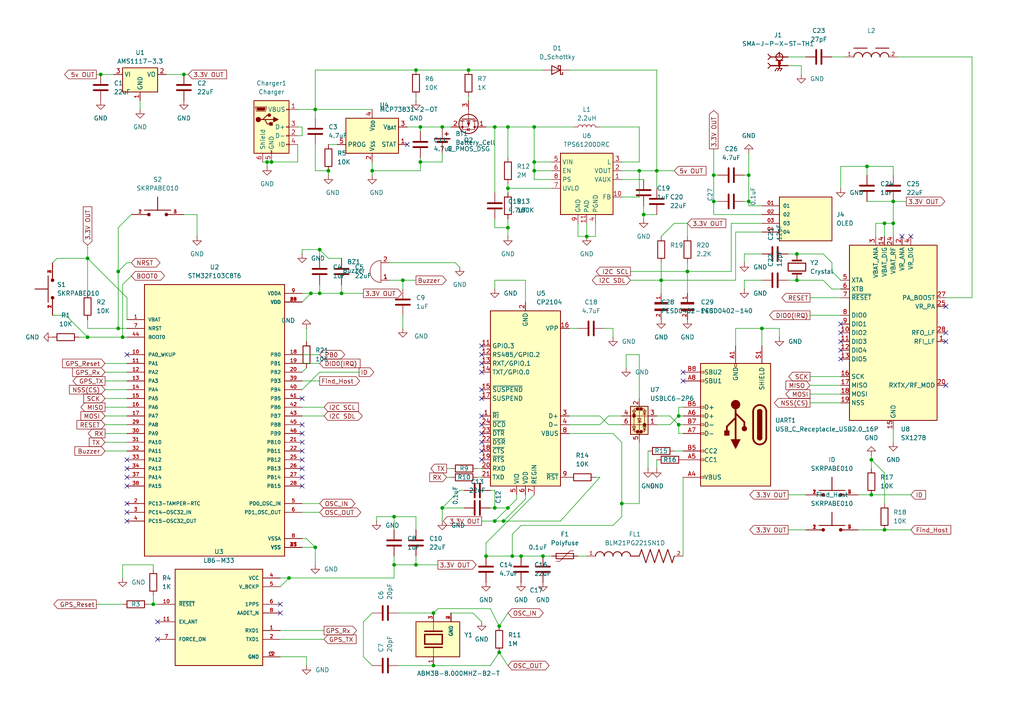
<source format=kicad_sch>
(kicad_sch (version 20250114) (generator "eeschema") (generator_version "9.0")
  (paper "A4")
  (junction (at 128.27 36.83))
  (junction (at 125.73 193.04))
  (junction (at 90.17 85.09))
  (junction (at 151.13 161.29))
  (junction (at 91.44 31.75))
  (junction (at 207.01 58.42))
  (junction (at 25.4 74.93))
  (junction (at 92.71 72.39))
  (junction (at 217.17 50.8))
  (junction (at 259.08 64.77))
  (junction (at 116.84 81.28))
  (junction (at 185.42 49.53))
  (junction (at 148.59 161.29))
  (junction (at 186.69 62.23))
  (junction (at 146.05 151.13))
  (junction (at 144.78 189.23))
  (junction (at 44.45 175.26))
  (junction (at 107.95 49.53))
  (junction (at 256.54 64.77))
  (junction (at 147.32 66.04))
  (junction (at 231.14 81.28))
  (junction (at 196.85 123.19))
  (junction (at 25.4 97.79))
  (junction (at 128.27 147.32))
  (junction (at 220.98 95.25))
  (junction (at 34.29 78.74))
  (junction (at 78.74 46.99))
  (junction (at 120.65 163.83))
  (junction (at 199.39 78.74))
  (junction (at 95.25 49.53))
  (junction (at 114.3 149.86))
  (junction (at 143.51 147.32))
  (junction (at 147.32 36.83))
  (junction (at 207.01 50.8))
  (junction (at 259.08 58.42))
  (junction (at 135.89 20.32))
  (junction (at 144.78 181.61))
  (junction (at 34.29 95.25))
  (junction (at 157.48 161.29))
  (junction (at 121.92 46.99))
  (junction (at 180.34 146.05))
  (junction (at 154.94 36.83))
  (junction (at 77.47 46.99))
  (junction (at 191.77 81.28))
  (junction (at 154.94 49.53))
  (junction (at 251.46 48.26))
  (junction (at 231.14 73.66))
  (junction (at 256.54 153.67))
  (junction (at 35.56 97.79))
  (junction (at 170.18 68.58))
  (junction (at 154.94 46.99))
  (junction (at 121.92 36.83))
  (junction (at 114.3 163.83))
  (junction (at 196.85 120.65))
  (junction (at 125.73 177.8))
  (junction (at 91.44 158.75))
  (junction (at 143.51 36.83))
  (junction (at 140.97 161.29))
  (junction (at 252.73 133.35))
  (junction (at 252.73 143.51))
  (junction (at 143.51 151.13))
  (junction (at 147.32 54.61))
  (junction (at 217.17 58.42))
  (junction (at 147.32 147.32))
  (junction (at 99.06 85.09))
  (junction (at 120.65 20.32))
  (junction (at 53.34 21.59))
  (junction (at 92.71 85.09))
  (junction (at 83.82 167.64))
  (junction (at 29.21 21.59))
  (junction (at 190.5 49.53))
  (no_connect (at 87.63 138.43))
  (no_connect (at 36.83 151.13))
  (no_connect (at 87.63 140.97))
  (no_connect (at 87.63 115.57))
  (no_connect (at 87.63 133.35))
  (no_connect (at 139.7 107.95))
  (no_connect (at 139.7 128.27))
  (no_connect (at 243.84 101.6))
  (no_connect (at 139.7 130.81))
  (no_connect (at 87.63 123.19))
  (no_connect (at 87.63 128.27))
  (no_connect (at 243.84 99.06))
  (no_connect (at 198.12 107.95))
  (no_connect (at 139.7 133.35))
  (no_connect (at 274.32 99.06))
  (no_connect (at 87.63 135.89))
  (no_connect (at 118.11 41.91))
  (no_connect (at 36.83 102.87))
  (no_connect (at 139.7 105.41))
  (no_connect (at 36.83 140.97))
  (no_connect (at 261.62 68.58))
  (no_connect (at 139.7 125.73))
  (no_connect (at 198.12 110.49))
  (no_connect (at 243.84 104.14))
  (no_connect (at 264.16 68.58))
  (no_connect (at 81.28 175.26))
  (no_connect (at 274.32 111.76))
  (no_connect (at 139.7 113.03))
  (no_connect (at 139.7 100.33))
  (no_connect (at 36.83 135.89))
  (no_connect (at 36.83 138.43))
  (no_connect (at 139.7 120.65))
  (no_connect (at 36.83 133.35))
  (no_connect (at 87.63 125.73))
  (no_connect (at 243.84 96.52))
  (no_connect (at 36.83 148.59))
  (no_connect (at 87.63 130.81))
  (no_connect (at 274.32 88.9))
  (no_connect (at 81.28 177.8))
  (no_connect (at 274.32 96.52))
  (no_connect (at 139.7 115.57))
  (no_connect (at 139.7 102.87))
  (no_connect (at 36.83 146.05))
  (no_connect (at 45.72 180.34))
  (no_connect (at 139.7 123.19))
  (no_connect (at 45.72 185.42))
  (no_connect (at 243.84 93.98))
  (wire (pts (xy 186.69 62.23) (xy 186.69 63.5)))
  (wire (pts (xy 207.01 50.8) (xy 208.28 50.8)))
  (wire (pts (xy 196.85 118.11) (xy 196.85 120.65)))
  (wire (pts (xy 87.63 110.49) (xy 92.71 110.49)))
  (wire (pts (xy 87.63 39.37) (xy 86.36 39.37)))
  (wire (pts (xy 191.77 76.2) (xy 191.77 81.28)))
  (wire (pts (xy 147.32 66.04) (xy 147.32 68.58)))
  (wire (pts (xy 88.9 193.04) (xy 88.9 190.5)))
  (wire (pts (xy 234.95 91.44) (xy 243.84 91.44)))
  (wire (pts (xy 226.06 97.79) (xy 226.06 95.25)))
  (wire (pts (xy 35.56 82.55) (xy 38.1 80.01)))
  (wire (pts (xy 199.39 76.2) (xy 199.39 78.74)))
  (wire (pts (xy 228.6 153.67) (xy 233.68 153.67)))
  (wire (pts (xy 256.54 153.67) (xy 264.16 153.67)))
  (wire (pts (xy 190.5 49.53) (xy 195.58 49.53)))
  (wire (pts (xy 120.65 149.86) (xy 120.65 153.67)))
  (wire (pts (xy 113.03 81.28) (xy 116.84 81.28)))
  (wire (pts (xy 43.18 175.26) (xy 44.45 175.26)))
  (wire (pts (xy 167.64 64.77) (xy 167.64 68.58)))
  (wire (pts (xy 154.94 46.99) (xy 154.94 49.53)))
  (wire (pts (xy 81.28 167.64) (xy 83.82 167.64)))
  (wire (pts (xy 213.36 67.31) (xy 220.98 67.31)))
  (wire (pts (xy 182.88 81.28) (xy 191.77 81.28)))
  (wire (pts (xy 142.24 176.53) (xy 144.78 181.61)))
  (wire (pts (xy 140.97 36.83) (xy 143.51 36.83)))
  (wire (pts (xy 25.4 71.12) (xy 25.4 74.93)))
  (wire (pts (xy 143.51 66.04) (xy 147.32 66.04)))
  (wire (pts (xy 91.44 41.91) (xy 91.44 49.53)))
  (wire (pts (xy 35.56 163.83) (xy 44.45 163.83)))
  (wire (pts (xy 90.17 85.09) (xy 92.71 85.09)))
  (wire (pts (xy 30.48 115.57) (xy 36.83 115.57)))
  (wire (pts (xy 90.17 85.09) (xy 87.63 87.63)))
  (wire (pts (xy 172.72 64.77) (xy 172.72 68.58)))
  (wire (pts (xy 190.5 133.35) (xy 190.5 135.89)))
  (wire (pts (xy 274.32 86.36) (xy 281.94 86.36)))
  (wire (pts (xy 217.17 50.8) (xy 217.17 58.42)))
  (wire (pts (xy 215.9 73.66) (xy 220.98 73.66)))
  (wire (pts (xy 241.3 16.51) (xy 245.11 16.51)))
  (wire (pts (xy 234.95 86.36) (xy 243.84 86.36)))
  (wire (pts (xy 241.3 76.2) (xy 241.3 78.74)))
  (wire (pts (xy 95.25 50.8) (xy 95.25 49.53)))
  (wire (pts (xy 120.65 29.21) (xy 120.65 27.94)))
  (wire (pts (xy 86.36 36.83) (xy 87.63 36.83)))
  (wire (pts (xy 185.42 102.87) (xy 185.42 115.57)))
  (wire (pts (xy 143.51 81.28) (xy 152.4 81.28)))
  (wire (pts (xy 121.92 36.83) (xy 128.27 36.83)))
  (wire (pts (xy 36.83 76.2) (xy 34.29 78.74)))
  (wire (pts (xy 30.48 107.95) (xy 36.83 107.95)))
  (wire (pts (xy 140.97 161.29) (xy 140.97 157.48)))
  (wire (pts (xy 88.9 156.21) (xy 91.44 158.75)))
  (wire (pts (xy 88.9 106.68) (xy 87.63 107.95)))
  (wire (pts (xy 196.85 120.65) (xy 198.12 120.65)))
  (wire (pts (xy 190.5 62.23) (xy 186.69 62.23)))
  (wire (pts (xy 27.94 21.59) (xy 29.21 21.59)))
  (wire (pts (xy 114.3 163.83) (xy 120.65 163.83)))
  (wire (pts (xy 87.63 118.11) (xy 93.98 118.11)))
  (wire (pts (xy 259.08 48.26) (xy 259.08 50.8)))
  (wire (pts (xy 22.86 97.79) (xy 25.4 97.79)))
  (wire (pts (xy 35.56 97.79) (xy 36.83 97.79)))
  (wire (pts (xy 107.95 193.04) (xy 105.41 190.5)))
  (wire (pts (xy 143.51 63.5) (xy 143.51 66.04)))
  (wire (pts (xy 128.27 46.99) (xy 121.92 46.99)))
  (wire (pts (xy 40.64 31.75) (xy 40.64 29.21)))
  (wire (pts (xy 160.02 46.99) (xy 154.94 46.99)))
  (wire (pts (xy 30.48 123.19) (xy 36.83 123.19)))
  (wire (pts (xy 120.65 161.29) (xy 120.65 163.83)))
  (wire (pts (xy 199.39 78.74) (xy 199.39 85.09)))
  (wire (pts (xy 248.92 153.67) (xy 256.54 153.67)))
  (wire (pts (xy 147.32 147.32) (xy 149.86 144.78)))
  (wire (pts (xy 109.22 149.86) (xy 114.3 149.86)))
  (wire (pts (xy 87.63 36.83) (xy 87.63 39.37)))
  (wire (pts (xy 165.1 95.25) (xy 167.64 95.25)))
  (wire (pts (xy 34.29 66.04) (xy 38.1 62.23)))
  (wire (pts (xy 190.5 123.19) (xy 194.31 123.19)))
  (wire (pts (xy 15.24 91.44) (xy 19.05 91.44)))
  (wire (pts (xy 215.9 81.28) (xy 220.98 81.28)))
  (wire (pts (xy 152.4 81.28) (xy 152.4 87.63)))
  (wire (pts (xy 16.51 74.93) (xy 25.4 74.93)))
  (wire (pts (xy 207.01 50.8) (xy 207.01 58.42)))
  (wire (pts (xy 87.63 120.65) (xy 93.98 120.65)))
  (wire (pts (xy 232.41 19.05) (xy 228.6 19.05)))
  (wire (pts (xy 25.4 95.25) (xy 34.29 95.25)))
  (wire (pts (xy 256.54 64.77) (xy 259.08 64.77)))
  (wire (pts (xy 125.73 193.04) (xy 142.24 193.04)))
  (wire (pts (xy 87.63 146.05) (xy 92.71 146.05)))
  (wire (pts (xy 137.16 177.8) (xy 139.7 180.34)))
  (wire (pts (xy 91.44 49.53) (xy 95.25 49.53)))
  (wire (pts (xy 142.24 147.32) (xy 143.51 147.32)))
  (wire (pts (xy 107.95 46.99) (xy 107.95 49.53)))
  (wire (pts (xy 120.65 163.83) (xy 127 163.83)))
  (wire (pts (xy 44.45 163.83) (xy 44.45 165.1)))
  (wire (pts (xy 217.17 58.42) (xy 217.17 59.69)))
  (wire (pts (xy 87.63 105.41) (xy 92.71 105.41)))
  (wire (pts (xy 116.84 81.28) (xy 120.65 81.28)))
  (wire (pts (xy 185.42 46.99) (xy 185.42 36.83)))
  (wire (pts (xy 143.51 36.83) (xy 147.32 36.83)))
  (wire (pts (xy 135.89 27.94) (xy 135.89 29.21)))
  (wire (pts (xy 231.14 73.66) (xy 238.76 73.66)))
  (wire (pts (xy 234.95 109.22) (xy 243.84 109.22)))
  (wire (pts (xy 180.34 146.05) (xy 185.42 146.05)))
  (wire (pts (xy 259.08 124.46) (xy 259.08 128.27)))
  (wire (pts (xy 148.59 161.29) (xy 151.13 161.29)))
  (wire (pts (xy 143.51 36.83) (xy 143.51 55.88)))
  (wire (pts (xy 30.48 110.49) (xy 36.83 110.49)))
  (wire (pts (xy 181.61 106.68) (xy 181.61 102.87)))
  (wire (pts (xy 147.32 63.5) (xy 147.32 66.04)))
  (wire (pts (xy 165.1 20.32) (xy 190.5 20.32)))
  (wire (pts (xy 99.06 74.93) (xy 95.25 74.93)))
  (wire (pts (xy 128.27 44.45) (xy 128.27 46.99)))
  (wire (pts (xy 34.29 95.25) (xy 36.83 95.25)))
  (wire (pts (xy 148.59 161.29) (xy 148.59 154.94)))
  (wire (pts (xy 88.9 190.5) (xy 81.28 190.5)))
  (wire (pts (xy 118.11 36.83) (xy 121.92 36.83)))
  (wire (pts (xy 228.6 81.28) (xy 231.14 81.28)))
  (wire (pts (xy 212.09 64.77) (xy 220.98 64.77)))
  (wire (pts (xy 160.02 54.61) (xy 147.32 54.61)))
  (wire (pts (xy 87.63 73.66) (xy 87.63 72.39)))
  (wire (pts (xy 217.17 59.69) (xy 220.98 59.69)))
  (wire (pts (xy 105.41 180.34) (xy 107.95 177.8)))
  (wire (pts (xy 25.4 92.71) (xy 25.4 95.25)))
  (wire (pts (xy 195.58 130.81) (xy 198.12 130.81)))
  (wire (pts (xy 127 176.53) (xy 125.73 177.8)))
  (wire (pts (xy 196.85 123.19) (xy 194.31 120.65)))
  (wire (pts (xy 91.44 163.83) (xy 91.44 158.75)))
  (wire (pts (xy 143.51 151.13) (xy 146.05 151.13)))
  (wire (pts (xy 147.32 177.8) (xy 144.78 181.61)))
  (wire (pts (xy 148.59 154.94) (xy 151.13 152.4)))
  (wire (pts (xy 107.95 49.53) (xy 121.92 49.53)))
  (wire (pts (xy 180.34 57.15) (xy 185.42 57.15)))
  (wire (pts (xy 91.44 20.32) (xy 91.44 31.75)))
  (wire (pts (xy 30.48 120.65) (xy 36.83 120.65)))
  (wire (pts (xy 147.32 45.72) (xy 147.32 36.83)))
  (wire (pts (xy 191.77 81.28) (xy 191.77 85.09)))
  (wire (pts (xy 187.96 130.81) (xy 187.96 135.89)))
  (wire (pts (xy 95.25 74.93) (xy 92.71 72.39)))
  (wire (pts (xy 35.56 175.26) (xy 27.94 175.26)))
  (wire (pts (xy 190.5 54.61) (xy 190.5 49.53)))
  (wire (pts (xy 91.44 31.75) (xy 91.44 34.29)))
  (wire (pts (xy 77.47 46.99) (xy 77.47 48.26)))
  (wire (pts (xy 154.94 36.83) (xy 166.37 36.83)))
  (wire (pts (xy 228.6 73.66) (xy 231.14 73.66)))
  (wire (pts (xy 165.1 120.65) (xy 173.99 120.65)))
  (wire (pts (xy 198.12 138.43) (xy 198.12 161.29)))
  (wire (pts (xy 34.29 66.04) (xy 34.29 78.74)))
  (wire (pts (xy 185.42 128.27) (xy 185.42 146.05)))
  (wire (pts (xy 143.51 142.24) (xy 143.51 147.32)))
  (wire (pts (xy 186.69 59.69) (xy 186.69 62.23)))
  (wire (pts (xy 260.35 16.51) (xy 281.94 16.51)))
  (wire (pts (xy 234.95 111.76) (xy 243.84 111.76)))
  (wire (pts (xy 252.73 133.35) (xy 252.73 135.89)))
  (wire (pts (xy 83.82 167.64) (xy 114.3 167.64)))
  (wire (pts (xy 92.71 107.95) (xy 87.63 113.03)))
  (wire (pts (xy 143.51 83.82) (xy 143.51 81.28)))
  (wire (pts (xy 162.56 151.13) (xy 173.99 138.43)))
  (wire (pts (xy 154.94 49.53) (xy 154.94 52.07)))
  (wire (pts (xy 57.15 62.23) (xy 57.15 68.58)))
  (wire (pts (xy 220.98 95.25) (xy 220.98 100.33)))
  (wire (pts (xy 181.61 102.87) (xy 185.42 102.87)))
  (wire (pts (xy 105.41 180.34) (xy 105.41 190.5)))
  (wire (pts (xy 213.36 81.28) (xy 213.36 67.31)))
  (wire (pts (xy 44.45 172.72) (xy 44.45 175.26)))
  (wire (pts (xy 87.63 158.75) (xy 91.44 158.75)))
  (wire (pts (xy 234.95 114.3) (xy 243.84 114.3)))
  (wire (pts (xy 44.45 175.26) (xy 45.72 175.26)))
  (wire (pts (xy 231.14 81.28) (xy 238.76 81.28)))
  (wire (pts (xy 180.34 128.27) (xy 177.8 125.73)))
  (wire (pts (xy 83.82 167.64) (xy 81.28 170.18)))
  (wire (pts (xy 251.46 48.26) (xy 251.46 50.8)))
  (wire (pts (xy 199.39 64.77) (xy 199.39 68.58)))
  (wire (pts (xy 232.41 19.05) (xy 232.41 21.59)))
  (wire (pts (xy 87.63 148.59) (xy 92.71 148.59)))
  (wire (pts (xy 95.25 41.91) (xy 97.79 41.91)))
  (wire (pts (xy 251.46 58.42) (xy 259.08 58.42)))
  (wire (pts (xy 139.7 151.13) (xy 143.51 151.13)))
  (wire (pts (xy 29.21 21.59) (xy 33.02 21.59)))
  (wire (pts (xy 121.92 36.83) (xy 121.92 38.1)))
  (wire (pts (xy 243.84 48.26) (xy 251.46 48.26)))
  (wire (pts (xy 147.32 54.61) (xy 147.32 53.34)))
  (wire (pts (xy 180.34 49.53) (xy 185.42 49.53)))
  (wire (pts (xy 213.36 95.25) (xy 220.98 95.25)))
  (wire (pts (xy 215.9 58.42) (xy 217.17 58.42)))
  (wire (pts (xy 173.99 123.19) (xy 176.53 120.65)))
  (wire (pts (xy 129.54 138.43) (xy 130.81 138.43)))
  (wire (pts (xy 207.01 58.42) (xy 207.01 62.23)))
  (wire (pts (xy 177.8 95.25) (xy 175.26 95.25)))
  (wire (pts (xy 241.3 83.82) (xy 243.84 83.82)))
  (wire (pts (xy 252.73 132.08) (xy 252.73 133.35)))
  (wire (pts (xy 256.54 64.77) (xy 256.54 68.58)))
  (wire (pts (xy 165.1 125.73) (xy 177.8 125.73)))
  (wire (pts (xy 215.9 76.2) (xy 215.9 73.66)))
  (wire (pts (xy 173.99 120.65) (xy 176.53 123.19)))
  (wire (pts (xy 128.27 36.83) (xy 130.81 36.83)))
  (wire (pts (xy 152.4 144.78) (xy 152.4 143.51)))
  (wire (pts (xy 151.13 161.29) (xy 157.48 161.29)))
  (wire (pts (xy 87.63 85.09) (xy 90.17 85.09)))
  (wire (pts (xy 142.24 193.04) (xy 144.78 189.23)))
  (wire (pts (xy 121.92 46.99) (xy 121.92 49.53)))
  (wire (pts (xy 157.48 161.29) (xy 160.02 161.29)))
  (wire (pts (xy 199.39 78.74) (xy 212.09 78.74)))
  (wire (pts (xy 81.28 182.88) (xy 93.98 182.88)))
  (wire (pts (xy 57.15 62.23) (xy 53.34 62.23)))
  (wire (pts (xy 128.27 147.32) (xy 134.62 147.32)))
  (wire (pts (xy 35.56 97.79) (xy 35.56 82.55)))
  (wire (pts (xy 190.5 20.32) (xy 190.5 49.53)))
  (wire (pts (xy 107.95 31.75) (xy 91.44 31.75)))
  (wire (pts (xy 198.12 123.19) (xy 196.85 123.19)))
  (wire (pts (xy 151.13 152.4) (xy 177.8 152.4)))
  (wire (pts (xy 30.48 113.03) (xy 36.83 113.03)))
  (wire (pts (xy 135.89 20.32) (xy 157.48 20.32)))
  (wire (pts (xy 212.09 78.74) (xy 212.09 64.77)))
  (wire (pts (xy 256.54 137.16) (xy 252.73 133.35)))
  (wire (pts (xy 115.57 177.8) (xy 125.73 177.8)))
  (wire (pts (xy 217.17 44.45) (xy 217.17 50.8)))
  (wire (pts (xy 251.46 48.26) (xy 259.08 48.26)))
  (wire (pts (xy 143.51 151.13) (xy 147.32 147.32)))
  (wire (pts (xy 196.85 123.19) (xy 196.85 125.73)))
  (wire (pts (xy 129.54 135.89) (xy 130.81 135.89)))
  (wire (pts (xy 160.02 49.53) (xy 154.94 49.53)))
  (wire (pts (xy 207.01 62.23) (xy 220.98 62.23)))
  (wire (pts (xy 86.36 31.75) (xy 91.44 31.75)))
  (wire (pts (xy 281.94 16.51) (xy 281.94 86.36)))
  (wire (pts (xy 134.62 142.24) (xy 133.35 142.24)))
  (wire (pts (xy 228.6 16.51) (xy 233.68 16.51)))
  (wire (pts (xy 113.03 76.2) (xy 132.08 76.2)))
  (wire (pts (xy 30.48 128.27) (xy 36.83 128.27)))
  (wire (pts (xy 248.92 143.51) (xy 252.73 143.51)))
  (wire (pts (xy 92.71 82.55) (xy 92.71 85.09)))
  (wire (pts (xy 234.95 116.84) (xy 243.84 116.84)))
  (wire (pts (xy 30.48 118.11) (xy 36.83 118.11)))
  (wire (pts (xy 140.97 161.29) (xy 148.59 161.29)))
  (wire (pts (xy 114.3 161.29) (xy 114.3 163.83)))
  (wire (pts (xy 215.9 50.8) (xy 217.17 50.8)))
  (wire (pts (xy 146.05 151.13) (xy 162.56 151.13)))
  (wire (pts (xy 92.71 85.09) (xy 99.06 85.09)))
  (wire (pts (xy 53.34 21.59) (xy 54.61 21.59)))
  (wire (pts (xy 116.84 91.44) (xy 116.84 95.25)))
  (wire (pts (xy 133.35 142.24) (xy 128.27 147.32)))
  (wire (pts (xy 143.51 142.24) (xy 142.24 142.24)))
  (wire (pts (xy 196.85 120.65) (xy 194.31 123.19)))
  (wire (pts (xy 215.9 83.82) (xy 215.9 81.28)))
  (wire (pts (xy 30.48 125.73) (xy 36.83 125.73)))
  (wire (pts (xy 207.01 43.18) (xy 207.01 50.8)))
  (wire (pts (xy 147.32 193.04) (xy 144.78 189.23)))
  (wire (pts (xy 127 176.53) (xy 142.24 176.53)))
  (wire (pts (xy 120.65 20.32) (xy 135.89 20.32)))
  (wire (pts (xy 180.34 146.05) (xy 180.34 149.86)))
  (wire (pts (xy 165.1 123.19) (xy 173.99 123.19)))
  (wire (pts (xy 138.43 138.43) (xy 139.7 138.43)))
  (wire (pts (xy 99.06 82.55) (xy 99.06 85.09)))
  (wire (pts (xy 114.3 149.86) (xy 114.3 153.67)))
  (wire (pts (xy 132.08 76.2) (xy 133.35 77.47)))
  (wire (pts (xy 185.42 49.53) (xy 190.5 49.53)))
  (wire (pts (xy 76.2 46.99) (xy 77.47 46.99)))
  (wire (pts (xy 107.95 49.53) (xy 107.95 50.8)))
  (wire (pts (xy 114.3 149.86) (xy 120.65 149.86)))
  (wire (pts (xy 259.08 64.77) (xy 259.08 68.58)))
  (wire (pts (xy 176.53 120.65) (xy 180.34 120.65)))
  (wire (pts (xy 78.74 46.99) (xy 77.47 46.99)))
  (wire (pts (xy 185.42 46.99) (xy 180.34 46.99)))
  (wire (pts (xy 228.6 143.51) (xy 233.68 143.51)))
  (wire (pts (xy 199.39 64.77) (xy 195.58 64.77)))
  (wire (pts (xy 36.83 86.36) (xy 25.4 74.93)))
  (wire (pts (xy 241.3 78.74) (xy 243.84 81.28)))
  (wire (pts (xy 25.4 97.79) (xy 35.56 97.79)))
  (wire (pts (xy 36.83 92.71) (xy 36.83 86.36)))
  (wire (pts (xy 154.94 36.83) (xy 154.94 46.99)))
  (wire (pts (xy 19.05 91.44) (xy 25.4 97.79)))
  (wire (pts (xy 252.73 143.51) (xy 264.16 143.51)))
  (wire (pts (xy 238.76 81.28) (xy 241.3 83.82)))
  (wire (pts (xy 147.32 54.61) (xy 147.32 55.88)))
  (wire (pts (xy 99.06 85.09) (xy 105.41 85.09)))
  (wire (pts (xy 128.27 151.13) (xy 128.27 147.32)))
  (wire (pts (xy 120.65 20.32) (xy 91.44 20.32)))
  (wire (pts (xy 259.08 58.42) (xy 262.89 58.42)))
  (wire (pts (xy 172.72 68.58) (xy 170.18 68.58)))
  (wire (pts (xy 86.36 46.99) (xy 78.74 46.99)))
  (wire (pts (xy 182.88 78.74) (xy 199.39 78.74)))
  (wire (pts (xy 149.86 144.78) (xy 149.86 143.51)))
  (wire (pts (xy 34.29 78.74) (xy 34.29 95.25)))
  (wire (pts (xy 87.63 156.21) (xy 88.9 156.21)))
  (wire (pts (xy 30.48 130.81) (xy 36.83 130.81)))
  (wire (pts (xy 86.36 41.91) (xy 86.36 46.99)))
  (wire (pts (xy 180.34 52.07) (xy 186.69 52.07)))
  (wire (pts (xy 115.57 193.04) (xy 125.73 193.04)))
  (wire (pts (xy 88.9 95.25) (xy 88.9 99.06)))
  (wire (pts (xy 226.06 95.25) (xy 220.98 95.25)))
  (wire (pts (xy 30.48 105.41) (xy 36.83 105.41)))
  (wire (pts (xy 104.14 107.95) (xy 92.71 107.95)))
  (wire (pts (xy 256.54 146.05) (xy 256.54 137.16)))
  (wire (pts (xy 87.63 72.39) (xy 92.71 72.39)))
  (wire (pts (xy 176.53 123.19) (xy 180.34 123.19)))
  (wire (pts (xy 254 64.77) (xy 254 68.58)))
  (wire (pts (xy 116.84 83.82) (xy 116.84 81.28)))
  (wire (pts (xy 177.8 97.79) (xy 177.8 95.25)))
  (wire (pts (xy 25.4 74.93) (xy 25.4 85.09)))
  (wire (pts (xy 143.51 147.32) (xy 147.32 147.32)))
  (wire (pts (xy 208.28 58.42) (xy 207.01 58.42)))
  (wire (pts (xy 130.81 177.8) (xy 137.16 177.8)))
  (wire (pts (xy 16.51 74.93) (xy 15.24 76.2)))
  (wire (pts (xy 185.42 57.15) (xy 185.42 49.53)))
  (wire (pts (xy 170.18 64.77) (xy 170.18 68.58)))
  (wire (pts (xy 167.64 68.58) (xy 170.18 68.58)))
  (wire (pts (xy 173.99 138.43) (xy 172.72 138.43)))
  (wire (pts (xy 140.97 157.48) (xy 154.94 143.51)))
  (wire (pts (xy 160.02 52.07) (xy 154.94 52.07)))
  (wire (pts (xy 254 64.77) (xy 256.54 64.77)))
  (wire (pts (xy 177.8 152.4) (xy 180.34 149.86)))
  (wire (pts (xy 48.26 21.59) (xy 53.34 21.59)))
  (wire (pts (xy 147.32 36.83) (xy 154.94 36.83)))
  (wire (pts (xy 238.76 73.66) (xy 241.3 76.2)))
  (wire (pts (xy 114.3 167.64) (xy 114.3 163.83)))
  (wire (pts (xy 109.22 149.86) (xy 109.22 151.13)))
  (wire (pts (xy 87.63 102.87) (xy 92.71 102.87)))
  (wire (pts (xy 38.1 76.2) (xy 36.83 76.2)))
  (wire (pts (xy 213.36 95.25) (xy 213.36 100.33)))
  (wire (pts (xy 92.71 72.39) (xy 92.71 74.93)))
  (wire (pts (xy 138.43 135.89) (xy 139.7 135.89)))
  (wire (pts (xy 121.92 45.72) (xy 121.92 46.99)))
  (wire (pts (xy 35.56 167.64) (xy 35.56 163.83)))
  (wire (pts (xy 81.28 185.42) (xy 93.98 185.42)))
  (wire (pts (xy 196.85 125.73) (xy 198.12 125.73)))
  (wire (pts (xy 146.05 151.13) (xy 152.4 144.78)))
  (wire (pts (xy 259.08 58.42) (xy 259.08 64.77)))
  (wire (pts (xy 243.84 54.61) (xy 243.84 48.26)))
  (wire (pts (xy 185.42 36.83) (xy 173.99 36.83)))
  (wire (pts (xy 180.34 128.27) (xy 180.34 146.05)))
  (wire (pts (xy 191.77 81.28) (xy 213.36 81.28)))
  (wire (pts (xy 196.85 118.11) (xy 198.12 118.11)))
  (wire (pts (xy 195.58 64.77) (xy 191.77 68.58)))
  (wire (pts (xy 167.64 161.29) (xy 170.18 161.29)))
  (wire (pts (xy 190.5 120.65) (xy 194.31 120.65)))
  (global_label "I2C SDL" (shape bidirectional) (at 93.98 120.65 0) (property "Intersheetrefs" "${INTERSHEET_REFS}" (effects (hide yes))))
  (global_label "GPS_TX" (shape input) (at 93.98 185.42 0) (property "Intersheetrefs" "${INTERSHEET_REFS}" (effects (hide yes))))
  (global_label "5v OUT" (shape input) (at 195.58 49.53 0) (property "Intersheetrefs" "${INTERSHEET_REFS}" (effects (hide yes))))
  (global_label "Find_Host" (shape output) (at 92.71 110.49 0) (property "Intersheetrefs" "${INTERSHEET_REFS}" (effects (hide yes))))
  (global_label "SCK" (shape output) (at 234.95 109.22 180) (property "Intersheetrefs" "${INTERSHEET_REFS}" (effects (hide yes))))
  (global_label "BOOT0" (shape bidirectional) (at 38.1 80.01 0) (property "Intersheetrefs" "${INTERSHEET_REFS}" (effects (hide yes))))
  (global_label "GPS_TX" (shape output) (at 30.48 110.49 180) (property "Intersheetrefs" "${INTERSHEET_REFS}" (effects (hide yes))))
  (global_label "5v OUT" (shape output) (at 27.94 21.59 180) (property "Intersheetrefs" "${INTERSHEET_REFS}" (effects (hide yes))))
  (global_label "3.3V OUT" (shape output) (at 139.7 151.13 180) (property "Intersheetrefs" "${INTERSHEET_REFS}" (effects (hide yes))))
  (global_label "3.3V OUT" (shape output) (at 207.01 43.18 90) (property "Intersheetrefs" "${INTERSHEET_REFS}" (effects (hide yes))))
  (global_label "DIO0(IRQ)" (shape input) (at 92.71 105.41 0) (property "Intersheetrefs" "${INTERSHEET_REFS}" (effects (hide yes))))
  (global_label "MOSI" (shape output) (at 234.95 114.3 180) (property "Intersheetrefs" "${INTERSHEET_REFS}" (effects (hide yes))))
  (global_label "GPS_Rx" (shape output) (at 93.98 182.88 0) (property "Intersheetrefs" "${INTERSHEET_REFS}" (effects (hide yes))))
  (global_label "3.3V OUT" (shape input) (at 25.4 71.12 90) (property "Intersheetrefs" "${INTERSHEET_REFS}" (effects (hide yes))))
  (global_label "OSC_IN" (shape bidirectional) (at 92.71 146.05 0) (property "Intersheetrefs" "${INTERSHEET_REFS}" (effects (hide yes))))
  (global_label "I2C SCL" (shape input) (at 93.98 118.11 0) (property "Intersheetrefs" "${INTERSHEET_REFS}" (effects (hide yes))))
  (global_label "I2C SDL" (shape bidirectional) (at 182.88 81.28 180) (property "Intersheetrefs" "${INTERSHEET_REFS}" (effects (hide yes))))
  (global_label "3.3V OUT" (shape output) (at 228.6 153.67 180) (property "Intersheetrefs" "${INTERSHEET_REFS}" (effects (hide yes))))
  (global_label "TX" (shape input) (at 30.48 128.27 180) (property "Intersheetrefs" "${INTERSHEET_REFS}" (effects (hide yes))))
  (global_label "RESET" (shape input) (at 30.48 123.19 180) (property "Intersheetrefs" "${INTERSHEET_REFS}" (effects (hide yes))))
  (global_label "PB0" (shape bidirectional) (at 92.71 102.87 0) (property "Intersheetrefs" "${INTERSHEET_REFS}" (effects (hide yes))))
  (global_label "ID" (shape input) (at 264.16 143.51 0) (property "Intersheetrefs" "${INTERSHEET_REFS}" (effects (hide yes))))
  (global_label "3.3V OUT" (shape output) (at 127 163.83 0) (property "Intersheetrefs" "${INTERSHEET_REFS}" (effects (hide yes))))
  (global_label "NRST" (shape bidirectional) (at 38.1 76.2 0) (property "Intersheetrefs" "${INTERSHEET_REFS}" (effects (hide yes))))
  (global_label "3.3V OUT" (shape input) (at 54.61 21.59 0) (property "Intersheetrefs" "${INTERSHEET_REFS}" (effects (hide yes))))
  (global_label "OSC_IN" (shape bidirectional) (at 147.32 177.8 0) (property "Intersheetrefs" "${INTERSHEET_REFS}" (effects (hide yes))))
  (global_label "RX" (shape output) (at 30.48 125.73 180) (property "Intersheetrefs" "${INTERSHEET_REFS}" (effects (hide yes))))
  (global_label "Buzzer" (shape output) (at 120.65 81.28 0) (property "Intersheetrefs" "${INTERSHEET_REFS}" (effects (hide yes))))
  (global_label "OSC_OUT" (shape bidirectional) (at 92.71 148.59 0) (property "Intersheetrefs" "${INTERSHEET_REFS}" (effects (hide yes))))
  (global_label "Find_Host" (shape input) (at 264.16 153.67 0) (property "Intersheetrefs" "${INTERSHEET_REFS}" (effects (hide yes))))
  (global_label "SCK" (shape input) (at 30.48 115.57 180) (property "Intersheetrefs" "${INTERSHEET_REFS}" (effects (hide yes))))
  (global_label "I2C SCL" (shape output) (at 182.88 78.74 180) (property "Intersheetrefs" "${INTERSHEET_REFS}" (effects (hide yes))))
  (global_label "ID" (shape output) (at 104.14 107.95 0) (property "Intersheetrefs" "${INTERSHEET_REFS}" (effects (hide yes))))
  (global_label "MOSI" (shape input) (at 30.48 120.65 180) (property "Intersheetrefs" "${INTERSHEET_REFS}" (effects (hide yes))))
  (global_label "GPS_Reset" (shape input) (at 30.48 105.41 180) (property "Intersheetrefs" "${INTERSHEET_REFS}" (effects (hide yes))))
  (global_label "MISO" (shape input) (at 234.95 111.76 180) (property "Intersheetrefs" "${INTERSHEET_REFS}" (effects (hide yes))))
  (global_label "3.3V OUT" (shape input) (at 199.39 64.77 0) (property "Intersheetrefs" "${INTERSHEET_REFS}" (effects (hide yes))))
  (global_label "GPS_Reset" (shape output) (at 27.94 175.26 180) (property "Intersheetrefs" "${INTERSHEET_REFS}" (effects (hide yes))))
  (global_label "OSC_OUT" (shape bidirectional) (at 147.32 193.04 0) (property "Intersheetrefs" "${INTERSHEET_REFS}" (effects (hide yes))))
  (global_label "Buzzer" (shape input) (at 30.48 130.81 180) (property "Intersheetrefs" "${INTERSHEET_REFS}" (effects (hide yes))))
  (global_label "3.3V OUT" (shape output) (at 228.6 143.51 180) (property "Intersheetrefs" "${INTERSHEET_REFS}" (effects (hide yes))))
  (global_label "TX" (shape output) (at 129.54 135.89 180) (property "Intersheetrefs" "${INTERSHEET_REFS}" (effects (hide yes))))
  (global_label "DIO0(IRQ)" (shape output) (at 234.95 91.44 180) (property "Intersheetrefs" "${INTERSHEET_REFS}" (effects (hide yes))))
  (global_label "NSS(CS)" (shape input) (at 30.48 113.03 180) (property "Intersheetrefs" "${INTERSHEET_REFS}" (effects (hide yes))))
  (global_label "RX" (shape input) (at 129.54 138.43 180) (property "Intersheetrefs" "${INTERSHEET_REFS}" (effects (hide yes))))
  (global_label "GPS_Rx" (shape input) (at 30.48 107.95 180) (property "Intersheetrefs" "${INTERSHEET_REFS}" (effects (hide yes))))
  (global_label "MISO" (shape output) (at 30.48 118.11 180) (property "Intersheetrefs" "${INTERSHEET_REFS}" (effects (hide yes))))
  (global_label "3.3V OUT" (shape output) (at 262.89 58.42 0) (property "Intersheetrefs" "${INTERSHEET_REFS}" (effects (hide yes))))
  (global_label "RESET" (shape output) (at 234.95 86.36 180) (property "Intersheetrefs" "${INTERSHEET_REFS}" (effects (hide yes))))
  (global_label "NSS(CS)" (shape output) (at 234.95 116.84 180) (property "Intersheetrefs" "${INTERSHEET_REFS}" (effects (hide yes))))
  (global_label "3.3V OUT" (shape output) (at 105.41 85.09 0) (property "Intersheetrefs" "${INTERSHEET_REFS}" (effects (hide yes))))
  (symbol (lib_id "Device:R") (at 19.05 97.79 90) (unit 1)
    (property "Reference" "R1" (at 19.05 91.44 90))
    (property "Value" "10K" (at 19.05 93.98 90))
    (property "Footprint" "Resistor_SMD:R_0603_1608Metric" (effects (hide yes)))
    (property "Description" "Resistor" (effects (hide yes)))
  )
  (symbol (lib_id "power:GND") (at 151.13 168.91 0) (unit 1)
    (property "Reference" "#PWR022" (effects (hide yes)))
    (property "Value" "GND" (at 151.13 173.99 0))
    (property "Description" "Power symbol creates a global label with name \"GND\" , ground" (effects (hide yes)))
  )
  (symbol (lib_id "power:GND") (at 77.47 48.26 0) (unit 1)
    (property "Reference" "#PWR07" (effects (hide yes)))
    (property "Value" "GND" (at 77.47 53.34 0))
    (property "Description" "Power symbol creates a global label with name \"GND\" , ground" (effects (hide yes)))
  )
  (symbol (lib_id "Device:R") (at 191.77 130.81 90) (unit 1)
    (property "Reference" "R15" (at 191.77 130.81 90))
    (property "Value" "5.1K" (effects (hide yes)))
    (property "Footprint" "Resistor_SMD:R_0402_1005Metric" (effects (hide yes)))
    (property "Description" "Resistor" (effects (hide yes)))
  )
  (symbol (lib_id "SKRPABE010:SKRPABE010") (at 241.3 153.67 0) (unit 1)
    (property "Reference" "Find_Host" (at 241.3 143.51 0))
    (property "Value" "SKRPABE010" (at 241.3 146.05 0))
    (property "Footprint" "Diode_SMD:SW_SKRPABE010" (effects (hide yes)))
    (property "MF" "ALPS" (effects (hide yes)))
    (property "MAXIMUM_PACKAGE_HEIGHT" "2.5 mm" (effects (hide yes)))
    (property "Package" "None" (effects (hide yes)))
    (property "Price" "None" (effects (hide yes)))
    (property "Check_prices" "https://www.snapeda.com/parts/SKRPABE010/ALPS/view-part/?ref=eda" (effects (hide yes)))
    (property "STANDARD" "Manufacturer Recommendations" (effects (hide yes)))
    (property "SnapEDA_Link" "https://www.snapeda.com/parts/SKRPABE010/ALPS/view-part/?ref=snap" (effects (hide yes)))
    (property "MP" "SKRPABE010" (effects (hide yes)))
    (property "Description_1" "Switch Tactile N.O. SPST Button J-Bend 0.05A 16VDC 1.57N SMD Automotive T/R" (effects (hide yes)))
    (property "Availability" "In Stock" (effects (hide yes)))
    (property "MANUFACTURER" "Alps" (effects (hide yes)))
  )
  (symbol (lib_id "Device:C") (at 138.43 142.24 270) (unit 1)
    (property "Reference" "C12" (at 144.526 142.24 0) (effects (justify left)))
    (property "Value" "0.1uF" (at 132.08 140.97 0) (effects (justify left)))
    (property "Footprint" "Capacitor_SMD:C_0603_1608Metric" (effects (hide yes)))
    (property "Description" "Unpolarized capacitor" (effects (hide yes)))
  )
  (symbol (lib_id "WE-TPC_2811:WE-TPC_2811") (at 252.73 16.51 0) (unit 1)
    (property "Reference" "L2" (at 252.73 8.89 0))
    (property "Value" "WE-TPC_2811" (effects (hide yes)))
    (property "Footprint" "WE-TPC_2811:WE-TPC_2811" (effects (hide yes)))
    (property "DigiKey_Part_Number" "732-3694-2-ND" (effects (hide yes)))
    (property "SnapEDA_Link" "https://www.snapeda.com/parts/744028000056/W%25C3%25BCrth+Elektronik+Midcom/view-part/?ref=snap" (effects (hide yes)))
    (property "Description_1" "WE-TPC Series; Shielded Wire-wound SMD Inductor with Ferrite Core, 56 nH | Wurth Electronics 744028000056" (effects (hide yes)))
    (property "MF" "Würth Elektronik" (effects (hide yes)))
    (property "Package" "Nonstandard Wurth Electronics" (effects (hide yes)))
    (property "Check_prices" "https://www.snapeda.com/parts/744028000056/W%25C3%25BCrth+Elektronik+Midcom/view-part/?ref=eda" (effects (hide yes)))
    (property "MP" "744028000056" (effects (hide yes)))
  )
  (symbol (lib_id "power:GND") (at 143.51 83.82 0) (unit 1)
    (property "Reference" "#PWR020" (effects (hide yes)))
    (property "Value" "GND" (at 146.05 85.0899 0) (effects (justify left)))
    (property "Description" "Power symbol creates a global label with name \"GND\" , ground" (effects (hide yes)))
  )
  (symbol (lib_id "power:GND") (at 133.35 77.47 0) (unit 1)
    (property "Reference" "#PWR017" (effects (hide yes)))
    (property "Value" "GND" (at 133.35 82.55 0))
    (property "Description" "Power symbol creates a global label with name \"GND\" , ground" (effects (hide yes)))
  )
  (symbol (lib_id "Device:C") (at 143.51 59.69 0) (unit 1)
    (property "Reference" "C15" (at 147.32 58.4199 0) (effects (justify left)))
    (property "Value" "4.7uF" (at 147.32 60.9599 0) (effects (justify left)))
    (property "Footprint" "Capacitor_SMD:C_0603_1608Metric" (effects (hide yes)))
    (property "Description" "Unpolarized capacitor" (effects (hide yes)))
  )
  (symbol (lib_id "power:GND") (at 187.96 135.89 0) (unit 1)
    (property "Reference" "#PWR028" (effects (hide yes)))
    (property "Value" "GND" (at 187.96 140.97 0))
    (property "Description" "Power symbol creates a global label with name \"GND\" , ground" (effects (hide yes)))
  )
  (symbol (lib_id "Device:R") (at 88.9 102.87 0) (unit 1)
    (property "Reference" "R21" (at 91.44 101.5999 0) (effects (justify left)))
    (property "Value" "10K" (at 91.44 104.1399 0) (effects (justify left)))
    (property "Footprint" "Resistor_SMD:R_0603_1608Metric" (effects (hide yes)))
    (property "Description" "Resistor" (effects (hide yes)))
  )
  (symbol (lib_id "BLM21PG221SN1D:BLM21PG221SN1D") (at 185.42 161.29 0) (unit 1)
    (property "Reference" "FL1" (at 184.15 154.94 0))
    (property "Value" "BLM21PG221SN1D" (at 184.15 157.48 0))
    (property "Footprint" "BLM21PG221SN1D:BEADC2012X105N" (effects (hide yes)))
    (property "MF" "Murata" (effects (hide yes)))
    (property "Description_1" "220 Ohms @ 100 MHz 1 Power Line Ferrite Bead 0805 (2012 Metric) 2A 45mOhm" (effects (hide yes)))
    (property "Package" "2012 Murata" (effects (hide yes)))
    (property "Price" "None" (effects (hide yes)))
    (property "SnapEDA_Link" "https://www.snapeda.com/parts/BLM21PG221SN1D/Murata/view-part/?ref=snap" (effects (hide yes)))
    (property "MP" "BLM21PG221SN1D" (effects (hide yes)))
    (property "Availability" "In Stock" (effects (hide yes)))
    (property "Check_prices" "https://www.snapeda.com/parts/BLM21PG221SN1D/Murata/view-part/?ref=eda" (effects (hide yes)))
  )
  (symbol (lib_id "power:GND") (at 87.63 73.66 0) (unit 1)
    (property "Reference" "#PWR08" (effects (hide yes)))
    (property "Value" "GND" (at 90.17 74.9299 0) (effects (justify left)))
    (property "Description" "Power symbol creates a global label with name \"GND\" , ground" (effects (hide yes)))
  )
  (symbol (lib_id "Device:C") (at 99.06 78.74 0) (unit 1)
    (property "Reference" "C5" (at 102.87 77.4699 0) (effects (justify left)))
    (property "Value" "22uF" (at 102.87 80.0099 0) (effects (justify left)))
    (property "Footprint" "Capacitor_SMD:C_0805_2012Metric" (effects (hide yes)))
    (property "Description" "Unpolarized capacitor" (effects (hide yes)))
  )
  (symbol (lib_id "Device:C") (at 212.09 50.8 90) (unit 1)
    (property "Reference" "C26" (at 212.09 43.18 90))
    (property "Value" "4.7uF" (at 212.09 45.72 90))
    (property "Footprint" "Capacitor_SMD:C_0603_1608Metric" (effects (hide yes)))
    (property "Description" "Unpolarized capacitor" (effects (hide yes)))
  )
  (symbol (lib_id "RF:SX1278") (at 259.08 96.52 0) (unit 1)
    (property "Reference" "U8" (at 261.2233 124.46 0) (effects (justify left)))
    (property "Value" "SX1278" (at 261.2233 127 0) (effects (justify left)))
    (property "Footprint" "Package_DFN_QFN:QFN-28-1EP_6x6mm_P0.65mm_EP4.8x4.8mm" (effects (hide yes)))
    (property "Datasheet" "https://semtech.my.salesforce.com/sfc/p/#E0000000JelG/a/2R0000001Rbr/6EfVZUorrpoKFfvaF_Fkpgp5kzjiNyiAbqcpqh9qSjE" (effects (hide yes)))
    (property "Description" "137 MHz to 525 MHz Low Power Long Range Transceiver, spreading factor from 6 to 12, LoRA, QFN-28" (effects (hide yes)))
  )
  (symbol (lib_id "power:GND") (at 139.7 180.34 0) (unit 1)
    (property "Reference" "#PWR018" (effects (hide yes)))
    (property "Value" "GND" (at 139.7 185.42 0))
    (property "Description" "Power symbol creates a global label with name \"GND\" , ground" (effects (hide yes)))
  )
  (symbol (lib_id "Regulator_Linear:AMS1117-3.3") (at 40.64 21.59 0) (unit 1)
    (property "Reference" "U1" (at 40.64 15.24 0))
    (property "Value" "AMS1117-3.3" (at 40.64 17.78 0))
    (property "Footprint" "Package_TO_SOT_SMD:SOT-223-3_TabPin2" (effects (hide yes)))
    (property "Datasheet" "http://www.advanced-monolithic.com/pdf/ds1117.pdf" (effects (hide yes)))
    (property "Description" "1A Low Dropout regulator, positive, 3.3V fixed output, SOT-223" (effects (hide yes)))
  )
  (symbol (lib_id "Device:R") (at 147.32 49.53 0) (unit 1)
    (property "Reference" "R12" (at 149.86 48.2599 0) (effects (justify left)))
    (property "Value" "2M" (at 149.86 50.7999 0) (effects (justify left)))
    (property "Footprint" "Resistor_SMD:R_1210_3225Metric" (effects (hide yes)))
    (property "Description" "Resistor" (effects (hide yes)))
  )
  (symbol (lib_id "Device:C") (at 224.79 81.28 90) (unit 1)
    (property "Reference" "C22" (at 223.5199 77.47 0) (effects (justify left)))
    (property "Value" "12pF" (at 226.0599 77.47 0) (effects (justify left)))
    (property "Footprint" "Capacitor_SMD:C_0402_1005Metric" (effects (hide yes)))
    (property "Description" "Unpolarized capacitor" (effects (hide yes)))
  )
  (symbol (lib_id "power:GND") (at 120.65 29.21 0) (unit 1)
    (property "Reference" "#PWR015" (effects (hide yes)))
    (property "Value" "GND" (at 120.65 34.29 0))
    (property "Description" "Power symbol creates a global label with name \"GND\" , ground" (effects (hide yes)))
  )
  (symbol (lib_id "Device:R") (at 39.37 175.26 90) (unit 1)
    (property "Reference" "R3" (at 39.37 175.26 90))
    (property "Value" "100R" (effects (hide yes)))
    (property "Footprint" "Resistor_SMD:R_0402_1005Metric" (effects (hide yes)))
    (property "Description" "Resistor" (effects (hide yes)))
  )
  (symbol (lib_id "power:GND") (at 53.34 29.21 0) (unit 1)
    (property "Reference" "#PWR05" (effects (hide yes)))
    (property "Value" "GND" (at 53.34 34.29 0))
    (property "Description" "Power symbol creates a global label with name \"GND\" , ground" (effects (hide yes)))
  )
  (symbol (lib_id "Device:C") (at 116.84 87.63 0) (unit 1)
    (property "Reference" "C9" (at 120.65 86.3599 0) (effects (justify left)))
    (property "Value" "1uF" (at 120.65 88.8999 0) (effects (justify left)))
    (property "Footprint" "Capacitor_SMD:C_0603_1608Metric" (effects (hide yes)))
    (property "Description" "Unpolarized capacitor" (effects (hide yes)))
  )
  (symbol (lib_id "Power_Protection:USBLC6-2P6") (at 185.42 123.19 180) (unit 1)
    (property "Reference" "U7" (at 188.5381 113.03 0) (effects (justify right)))
    (property "Value" "USBLC6-2P6" (at 188.5381 115.57 0) (effects (justify right)))
    (property "Footprint" "Package_TO_SOT_SMD:SOT-666" (effects (hide yes)))
    (property "Datasheet" "https://www.st.com/resource/en/datasheet/usblc6-2.pdf" (effects (hide yes)))
    (property "Description" "Very low capacitance ESD protection diode, 2 data-line, SOT-666" (effects (hide yes)))
  )
  (symbol (lib_id "Device:R") (at 25.4 88.9 0) (unit 1)
    (property "Reference" "R2" (at 27.94 87.6299 0) (effects (justify left)))
    (property "Value" "10K" (at 27.94 90.1699 0) (effects (justify left)))
    (property "Footprint" "Resistor_SMD:R_0603_1608Metric" (effects (hide yes)))
    (property "Description" "Resistor" (effects (hide yes)))
  )
  (symbol (lib_id "power:GND") (at 140.97 168.91 0) (unit 1)
    (property "Reference" "#PWR019" (effects (hide yes)))
    (property "Value" "GND" (at 140.97 173.99 0))
    (property "Description" "Power symbol creates a global label with name \"GND\" , ground" (effects (hide yes)))
  )
  (symbol (lib_id "power:GND") (at 88.9 95.25 180) (unit 1)
    (property "Reference" "#PWR040" (effects (hide yes)))
    (property "Value" "GND" (at 83.566 92.964 0))
    (property "Description" "Power symbol creates a global label with name \"GND\" , ground" (effects (hide yes)))
  )
  (symbol (lib_id "Device:R") (at 120.65 24.13 0) (unit 1)
    (property "Reference" "R6" (at 123.19 22.8599 0) (effects (justify left)))
    (property "Value" "10K" (at 123.19 25.3999 0) (effects (justify left)))
    (property "Footprint" "Resistor_SMD:R_0603_1608Metric" (effects (hide yes)))
    (property "Description" "Resistor" (effects (hide yes)))
  )
  (symbol (lib_id "Device:Polyfuse") (at 163.83 161.29 90) (unit 1)
    (property "Reference" "F1" (at 163.83 154.94 90))
    (property "Value" "Polyfuse" (at 163.83 157.48 90))
    (property "Footprint" "Resistor_SMD:R_0603_1608Metric" (effects (hide yes)))
    (property "Description" "Resettable fuse, polymeric positive temperature coefficient" (effects (hide yes)))
  )
  (symbol (lib_id "Device:R") (at 135.89 24.13 0) (unit 1)
    (property "Reference" "R7" (at 138.43 22.8599 0) (effects (justify left)))
    (property "Value" "1K" (at 138.43 25.3999 0) (effects (justify left)))
    (property "Footprint" "Resistor_SMD:R_0603_1608Metric" (effects (hide yes)))
    (property "Description" "Resistor" (effects (hide yes)))
  )
  (symbol (lib_id "Device:R") (at 44.45 168.91 0) (unit 1)
    (property "Reference" "R4" (at 46.99 167.6399 0) (effects (justify left)))
    (property "Value" "1K" (at 46.99 170.1799 0) (effects (justify left)))
    (property "Footprint" "Resistor_SMD:R_0603_1608Metric" (effects (hide yes)))
    (property "Description" "Resistor" (effects (hide yes)))
  )
  (symbol (lib_id "Device:C") (at 151.13 165.1 0) (unit 1)
    (property "Reference" "C16" (at 154.94 163.8299 0) (effects (justify left)))
    (property "Value" "22uF" (at 154.94 166.3699 0) (effects (justify left)))
    (property "Footprint" "Capacitor_SMD:C_0805_2012Metric" (effects (hide yes)))
    (property "Description" "Unpolarized capacitor" (effects (hide yes)))
  )
  (symbol (lib_id "HTSW-104-20-TM-S:HTSW-104-20-TM-S") (at 233.68 64.77 0) (unit 1)
    (property "Reference" "J4" (at 242.57 62.2299 0) (effects (justify left)))
    (property "Value" "OLED" (at 242.57 64.7699 0) (effects (justify left)))
    (property "Footprint" "HTSW-104-20-TM-S:SAMTEC_HTSW-104-20-TM-S" (effects (hide yes)))
    (property "MF" "Samtec" (effects (hide yes)))
    (property "Description_1" "Connector Header   position" (effects (hide yes)))
    (property "Package" "None" (effects (hide yes)))
    (property "Price" "None" (effects (hide yes)))
    (property "Check_prices" "https://www.snapeda.com/parts/HTSW-104-20-TM-S/Samtec/view-part/?ref=eda" (effects (hide yes)))
    (property "STANDARD" "Manufacturer Recommendations" (effects (hide yes)))
    (property "PARTREV" "R" (effects (hide yes)))
    (property "SnapEDA_Link" "https://www.snapeda.com/parts/HTSW-104-20-TM-S/Samtec/view-part/?ref=snap" (effects (hide yes)))
    (property "MP" "HTSW-104-20-TM-S" (effects (hide yes)))
    (property "Availability" "In Stock" (effects (hide yes)))
    (property "MANUFACTURER" "Samtec" (effects (hide yes)))
  )
  (symbol (lib_id "power:GND") (at 157.48 168.91 0) (unit 1)
    (property "Reference" "#PWR023" (effects (hide yes)))
    (property "Value" "GND" (at 157.48 173.99 0))
    (property "Description" "Power symbol creates a global label with name \"GND\" , ground" (effects (hide yes)))
  )
  (symbol (lib_id "Device:C") (at 138.43 147.32 90) (unit 1)
    (property "Reference" "C13" (at 138.43 139.7 90))
    (property "Value" "22uF" (at 138.43 142.24 90))
    (property "Footprint" "Capacitor_SMD:C_0805_2012Metric" (effects (hide yes)))
    (property "Description" "Unpolarized capacitor" (effects (hide yes)))
  )
  (symbol (lib_id "power:GND") (at 128.27 151.13 0) (unit 1)
    (property "Reference" "#PWR016" (effects (hide yes)))
    (property "Value" "GND" (at 130.81 152.3999 0) (effects (justify left)))
    (property "Description" "Power symbol creates a global label with name \"GND\" , ground" (effects (hide yes)))
  )
  (symbol (lib_id "Device:R") (at 147.32 59.69 0) (unit 1)
    (property "Reference" "R13" (at 149.86 58.4199 0) (effects (justify left)))
    (property "Value" "180K" (at 149.86 60.9599 0) (effects (justify left)))
    (property "Footprint" "Resistor_SMD:R_1210_3225Metric" (effects (hide yes)))
    (property "Description" "Resistor" (effects (hide yes)))
  )
  (symbol (lib_id "power:GND") (at 116.84 95.25 0) (unit 1)
    (property "Reference" "#PWR014" (effects (hide yes)))
    (property "Value" "GND" (at 122.174 97.536 0))
    (property "Description" "Power symbol creates a global label with name \"GND\" , ground" (effects (hide yes)))
  )
  (symbol (lib_id "SKRPABE010:SKRPABE010") (at 45.72 62.23 0) (unit 1)
    (property "Reference" "S2" (at 45.72 52.07 0))
    (property "Value" "SKRPABE010" (at 45.72 54.61 0))
    (property "Footprint" "Diode_SMD:SW_SKRPABE010" (effects (hide yes)))
    (property "MF" "ALPS" (effects (hide yes)))
    (property "MAXIMUM_PACKAGE_HEIGHT" "2.5 mm" (effects (hide yes)))
    (property "Package" "None" (effects (hide yes)))
    (property "Price" "None" (effects (hide yes)))
    (property "Check_prices" "https://www.snapeda.com/parts/SKRPABE010/ALPS/view-part/?ref=eda" (effects (hide yes)))
    (property "STANDARD" "Manufacturer Recommendations" (effects (hide yes)))
    (property "SnapEDA_Link" "https://www.snapeda.com/parts/SKRPABE010/ALPS/view-part/?ref=snap" (effects (hide yes)))
    (property "MP" "SKRPABE010" (effects (hide yes)))
    (property "Description_1" "Switch Tactile N.O. SPST Button J-Bend 0.05A 16VDC 1.57N SMD Automotive T/R" (effects (hide yes)))
    (property "Availability" "In Stock" (effects (hide yes)))
    (property "MANUFACTURER" "Alps" (effects (hide yes)))
  )
  (symbol (lib_id "STM32F103C8T6:STM32F103C8T6") (at 62.23 123.19 0) (unit 1)
    (property "Reference" "U2" (at 62.23 77.47 0))
    (property "Value" "STM32F103C8T6" (at 62.23 80.01 0))
    (property "Footprint" "STM32F103C8T6:QFP50P900X900X160-48N" (effects (hide yes)))
    (property "MF" "STMicroelectronics" (effects (hide yes)))
    (property "Description_1" "ARM® Cortex®-M3 STM32F1 Microcontroller IC 32-Bit 72MHz 64KB (64K x 8) FLASH 48-LQFP (7x7)" (effects (hide yes)))
    (property "Package" "LQFP-48 STMicroelectronics" (effects (hide yes)))
    (property "Price" "None" (effects (hide yes)))
    (property "Check_prices" "https://www.snapeda.com/parts/STM32F103C8T6/STMicroelectronics/view-part/?ref=eda" (effects (hide yes)))
    (property "STANDARD" "IPC7351B" (effects (hide yes)))
    (property "PARTREV" "10" (effects (hide yes)))
    (property "SnapEDA_Link" "https://www.snapeda.com/parts/STM32F103C8T6/STMicroelectronics/view-part/?ref=snap" (effects (hide yes)))
    (property "MP" "STM32F103C8T6" (effects (hide yes)))
    (property "Availability" "In Stock" (effects (hide yes)))
    (property "MANUFACTURER" "ST Microelectronics" (effects (hide yes)))
  )
  (symbol (lib_id "Device:R") (at 199.39 72.39 180) (unit 1)
    (property "Reference" "R20" (at 201.93 71.1199 0) (effects (justify right)))
    (property "Value" "2.2K" (at 201.93 73.6599 0) (effects (justify right)))
    (property "Footprint" "Resistor_SMD:R_0603_1608Metric" (effects (hide yes)))
    (property "Description" "Resistor" (effects (hide yes)))
  )
  (symbol (lib_id "Device:C") (at 91.44 38.1 0) (unit 1)
    (property "Reference" "C3" (at 95.25 36.8299 0) (effects (justify left)))
    (property "Value" "4.7uF" (at 95.25 39.3699 0) (effects (justify left)))
    (property "Footprint" "Capacitor_SMD:C_0603_1608Metric" (effects (hide yes)))
    (property "Description" "Unpolarized capacitor" (effects (hide yes)))
  )
  (symbol (lib_id "Device:C") (at 190.5 58.42 0) (unit 1)
    (property "Reference" "C20" (at 194.31 57.1499 0) (effects (justify left)))
    (property "Value" "22uF" (at 194.31 59.6899 0) (effects (justify left)))
    (property "Footprint" "Capacitor_SMD:C_0805_2012Metric" (effects (hide yes)))
    (property "Description" "Unpolarized capacitor" (effects (hide yes)))
  )
  (symbol (lib_id "Device:C") (at 114.3 157.48 0) (unit 1)
    (property "Reference" "C8" (at 118.11 156.2099 0) (effects (justify left)))
    (property "Value" "1uF" (at 118.11 158.7499 0) (effects (justify left)))
    (property "Footprint" "Capacitor_SMD:C_0603_1608Metric" (effects (hide yes)))
    (property "Description" "Unpolarized capacitor" (effects (hide yes)))
  )
  (symbol (lib_id "Interface_USB:CP2104") (at 152.4 115.57 180) (unit 1)
    (property "Reference" "U5" (at 155.5181 85.09 0) (effects (justify right)))
    (property "Value" "CP2104" (at 155.5181 87.63 0) (effects (justify right)))
    (property "Footprint" "Package_DFN_QFN:QFN-24-1EP_4x4mm_P0.5mm_EP2.6x2.6mm" (effects (hide yes)))
    (property "Datasheet" "https://www.silabs.com/documents/public/data-sheets/cp2104.pdf" (effects (hide yes)))
    (property "Description" "Single-Chip USB-to-UART Bridge, USB 2.0 Full-Speed, 2Mbps UART, QFN-24" (effects (hide yes)))
  )
  (symbol (lib_id "Device:R") (at 256.54 149.86 0) (unit 1)
    (property "Reference" "R18" (at 259.08 148.5899 0) (effects (justify left)))
    (property "Value" "10K" (at 259.08 151.1299 0) (effects (justify left)))
    (property "Footprint" "Resistor_SMD:R_0603_1608Metric" (effects (hide yes)))
    (property "Description" "Resistor" (effects (hide yes)))
  )
  (symbol (lib_id "power:GND") (at 232.41 21.59 0) (unit 1)
    (property "Reference" "#PWR033" (effects (hide yes)))
    (property "Value" "GND" (at 234.95 22.8599 0) (effects (justify left)))
    (property "Description" "Power symbol creates a global label with name \"GND\" , ground" (effects (hide yes)))
  )
  (symbol (lib_id "Device:C") (at 121.92 41.91 0) (unit 1)
    (property "Reference" "C11" (at 125.73 40.6399 0) (effects (justify left)))
    (property "Value" "4.7uF" (at 125.73 43.1799 0) (effects (justify left)))
    (property "Footprint" "Capacitor_SMD:C_0603_1608Metric" (effects (hide yes)))
    (property "Description" "Unpolarized capacitor" (effects (hide yes)))
  )
  (symbol (lib_id "Regulator_Switching:TPS61200DRC") (at 170.18 52.07 0) (unit 1)
    (property "Reference" "U6" (at 170.18 39.37 0))
    (property "Value" "TPS61200DRC" (at 170.18 41.91 0))
    (property "Footprint" "Package_SON:Texas_S-PVSON-N10_ThermalVias" (effects (hide yes)))
    (property "Datasheet" "http://www.ti.com/lit/ds/symlink/tps61200.pdf" (effects (hide yes)))
    (property "Description" "Low Input Voltage Synchronous Boost Converter With 1.3A Switches, Adjustable Output Voltage, 0.3-5.5V Input Voltage, VSON-10" (effects (hide yes)))
  )
  (symbol (lib_id "Connector:USB_C_Receptacle_USB2.0_16P") (at 213.36 123.19 180) (unit 1)
    (property "Reference" "UART1" (at 224.79 121.9199 0) (effects (justify right)))
    (property "Value" "USB_C_Receptacle_USB2.0_16P" (at 224.79 124.4599 0) (effects (justify right)))
    (property "Footprint" "12402012E212A:AMPHENOL_12402012E212A" (effects (hide yes)))
    (property "Datasheet" "https://www.usb.org/sites/default/files/documents/usb_type-c.zip" (effects (hide yes)))
    (property "Description" "USB 2.0-only 16P Type-C Receptacle connector" (effects (hide yes)))
  )
  (symbol (lib_id "SKRPABE010:SKRPABE010") (at 241.3 143.51 0) (unit 1)
    (property "Reference" "ID" (at 241.3 133.35 0))
    (property "Value" "SKRPABE010" (at 241.3 135.89 0))
    (property "Footprint" "Diode_SMD:SW_SKRPABE010" (effects (hide yes)))
    (property "MF" "ALPS" (effects (hide yes)))
    (property "MAXIMUM_PACKAGE_HEIGHT" "2.5 mm" (effects (hide yes)))
    (property "Package" "None" (effects (hide yes)))
    (property "Price" "None" (effects (hide yes)))
    (property "Check_prices" "https://www.snapeda.com/parts/SKRPABE010/ALPS/view-part/?ref=eda" (effects (hide yes)))
    (property "STANDARD" "Manufacturer Recommendations" (effects (hide yes)))
    (property "SnapEDA_Link" "https://www.snapeda.com/parts/SKRPABE010/ALPS/view-part/?ref=snap" (effects (hide yes)))
    (property "MP" "SKRPABE010" (effects (hide yes)))
    (property "Description_1" "Switch Tactile N.O. SPST Button J-Bend 0.05A 16VDC 1.57N SMD Automotive T/R" (effects (hide yes)))
    (property "Availability" "In Stock" (effects (hide yes)))
    (property "MANUFACTURER" "Alps" (effects (hide yes)))
  )
  (symbol (lib_id "Device:R") (at 252.73 139.7 0) (unit 1)
    (property "Reference" "R17" (at 255.27 138.4299 0) (effects (justify left)))
    (property "Value" "10K" (at 255.27 140.9699 0) (effects (justify left)))
    (property "Footprint" "Resistor_SMD:R_0603_1608Metric" (effects (hide yes)))
    (property "Description" "Resistor" (effects (hide yes)))
  )
  (symbol (lib_id "power:GND") (at 259.08 128.27 0) (unit 1)
    (property "Reference" "#PWR035" (effects (hide yes)))
    (property "Value" "GND" (at 259.08 133.35 0))
    (property "Description" "Power symbol creates a global label with name \"GND\" , ground" (effects (hide yes)))
  )
  (symbol (lib_id "power:GND") (at 95.25 50.8 0) (unit 1)
    (property "Reference" "#PWR011" (effects (hide yes)))
    (property "Value" "GND" (at 96.52 55.88 0))
    (property "Description" "Power symbol creates a global label with name \"GND\" , ground" (effects (hide yes)))
  )
  (symbol (lib_id "SKRPABE010:SKRPABE010") (at 15.24 83.82 90) (unit 1)
    (property "Reference" "S1" (at 16.51 82.5499 90) (effects (justify right)))
    (property "Value" "SKRPABE010" (at 16.51 85.0899 90) (effects (justify right)))
    (property "Footprint" "Diode_SMD:SW_SKRPABE010" (effects (hide yes)))
    (property "MF" "ALPS" (effects (hide yes)))
    (property "MAXIMUM_PACKAGE_HEIGHT" "2.5 mm" (effects (hide yes)))
    (property "Package" "None" (effects (hide yes)))
    (property "Price" "None" (effects (hide yes)))
    (property "Check_prices" "https://www.snapeda.com/parts/SKRPABE010/ALPS/view-part/?ref=eda" (effects (hide yes)))
    (property "STANDARD" "Manufacturer Recommendations" (effects (hide yes)))
    (property "SnapEDA_Link" "https://www.snapeda.com/parts/SKRPABE010/ALPS/view-part/?ref=snap" (effects (hide yes)))
    (property "MP" "SKRPABE010" (effects (hide yes)))
    (property "Description_1" "Switch Tactile N.O. SPST Button J-Bend 0.05A 16VDC 1.57N SMD Automotive T/R" (effects (hide yes)))
    (property "Availability" "In Stock" (effects (hide yes)))
    (property "MANUFACTURER" "Alps" (effects (hide yes)))
  )
  (symbol (lib_id "Device:R") (at 168.91 138.43 90) (unit 1)
    (property "Reference" "R14" (at 168.91 132.08 90))
    (property "Value" "10K" (at 168.91 134.62 90))
    (property "Footprint" "Resistor_SMD:R_0603_1608Metric" (effects (hide yes)))
    (property "Description" "Resistor" (effects (hide yes)))
  )
  (symbol (lib_id "power:GND") (at 109.22 151.13 0) (unit 1)
    (property "Reference" "#PWR013" (effects (hide yes)))
    (property "Value" "GND" (at 111.76 152.3999 0) (effects (justify left)))
    (property "Description" "Power symbol creates a global label with name \"GND\" , ground" (effects (hide yes)))
  )
  (symbol (lib_id "power:GND") (at 177.8 97.79 0) (unit 1)
    (property "Reference" "#PWR025" (effects (hide yes)))
    (property "Value" "GND" (at 180.34 99.0599 0) (effects (justify left)))
    (property "Description" "Power symbol creates a global label with name \"GND\" , ground" (effects (hide yes)))
  )
  (symbol (lib_id "power:GND") (at 186.69 63.5 0) (unit 1)
    (property "Reference" "#PWR027" (effects (hide yes)))
    (property "Value" "GND" (at 186.69 68.58 0))
    (property "Description" "Power symbol creates a global label with name \"GND\" , ground" (effects (hide yes)))
  )
  (symbol (lib_id "power:GND") (at 243.84 54.61 0) (unit 1)
    (property "Reference" "#PWR034" (effects (hide yes)))
    (property "Value" "GND" (at 246.38 55.8799 0) (effects (justify left)))
    (property "Description" "Power symbol creates a global label with name \"GND\" , ground" (effects (hide yes)))
  )
  (symbol (lib_id "Device:C") (at 140.97 165.1 0) (unit 1)
    (property "Reference" "C14" (at 144.78 163.8299 0) (effects (justify left)))
    (property "Value" "4.7uF" (at 144.78 166.3699 0) (effects (justify left)))
    (property "Footprint" "Capacitor_SMD:C_0603_1608Metric" (effects (hide yes)))
    (property "Description" "Unpolarized capacitor" (effects (hide yes)))
  )
  (symbol (lib_id "Device:R") (at 191.77 72.39 180) (unit 1)
    (property "Reference" "R19" (at 194.31 71.1199 0) (effects (justify right)))
    (property "Value" "2.2K" (effects (hide yes)))
    (property "Footprint" "Resistor_SMD:R_0603_1608Metric" (effects (hide yes)))
    (property "Description" "Resistor" (effects (hide yes)))
  )
  (symbol (lib_id "power:GND") (at 107.95 50.8 0) (unit 1)
    (property "Reference" "#PWR012" (effects (hide yes)))
    (property "Value" "GND" (at 109.22 55.88 0))
    (property "Description" "Power symbol creates a global label with name \"GND\" , ground" (effects (hide yes)))
  )
  (symbol (lib_id "power:GND") (at 181.61 106.68 0) (unit 1)
    (property "Reference" "#PWR026" (effects (hide yes)))
    (property "Value" "GND" (at 184.15 107.9499 0) (effects (justify left)))
    (property "Description" "Power symbol creates a global label with name \"GND\" , ground" (effects (hide yes)))
  )
  (symbol (lib_id "power:GND") (at 170.18 68.58 0) (unit 1)
    (property "Reference" "#PWR024" (effects (hide yes)))
    (property "Value" "GND" (at 170.18 73.66 0))
    (property "Description" "Power symbol creates a global label with name \"GND\" , ground" (effects (hide yes)))
  )
  (symbol (lib_id "power:GND") (at 147.32 68.58 0) (unit 1)
    (property "Reference" "#PWR021" (effects (hide yes)))
    (property "Value" "GND" (at 147.32 73.66 0))
    (property "Description" "Power symbol creates a global label with name \"GND\" , ground" (effects (hide yes)))
  )
  (symbol (lib_id "Device:C") (at 157.48 165.1 180) (unit 1)
    (property "Reference" "C17" (at 157.48 171.196 0) (effects (justify left)))
    (property "Value" "0.1uF" (at 158.75 158.75 0) (effects (justify left)))
    (property "Footprint" "Capacitor_SMD:C_0603_1608Metric" (effects (hide yes)))
    (property "Description" "Unpolarized capacitor" (effects (hide yes)))
  )
  (symbol (lib_id "power:GND") (at 57.15 68.58 0) (unit 1)
    (property "Reference" "#PWR06" (effects (hide yes)))
    (property "Value" "GND" (at 57.15 73.66 0))
    (property "Description" "Power symbol creates a global label with name \"GND\" , ground" (effects (hide yes)))
  )
  (symbol (lib_id "Device:C") (at 171.45 95.25 90) (unit 1)
    (property "Reference" "C18" (at 171.45 87.63 90))
    (property "Value" "4.7uF" (at 171.45 90.17 90))
    (property "Footprint" "Capacitor_SMD:C_0603_1608Metric" (effects (hide yes)))
    (property "Description" "Unpolarized capacitor" (effects (hide yes)))
  )
  (symbol (lib_id "Device:C") (at 259.08 54.61 0) (unit 1)
    (property "Reference" "C25" (at 262.89 53.3399 0) (effects (justify left)))
    (property "Value" "22uF" (at 262.89 55.8799 0) (effects (justify left)))
    (property "Footprint" "Capacitor_SMD:C_0805_2012Metric" (effects (hide yes)))
    (property "Description" "Unpolarized capacitor" (effects (hide yes)))
  )
  (symbol (lib_id "power:GND") (at 217.17 44.45 180) (unit 1)
    (property "Reference" "#PWR037" (effects (hide yes)))
    (property "Value" "GND" (at 217.17 39.37 0))
    (property "Description" "Power symbol creates a global label with name \"GND\" , ground" (effects (hide yes)))
  )
  (symbol (lib_id "L86-M33:L86-M33") (at 63.5 177.8 0) (unit 1)
    (property "Reference" "U3" (at 63.5 160.02 0))
    (property "Value" "L86-M33" (at 63.5 162.56 0))
    (property "Footprint" "L86-M33:XCVR_L86-M33" (effects (hide yes)))
    (property "MF" "Quectel" (effects (hide yes)))
    (property "DESCRIPTION" "L86 is an ultra-compact GNSS POT _Patch on Top_ module with an embedded 18.4mm × 18.4mm × 4.0mm patch antenna and utilizes the MediaTek new generation GNSS chipset MT3333 that achieves the perfect performance" (effects (hide yes)))
    (property "PACKAGE" "None" (effects (hide yes)))
    (property "PRICE" "None" (effects (hide yes)))
    (property "Package" "LCC-12 Quectel" (effects (hide yes)))
    (property "Check_prices" "https://www.snapeda.com/parts/L86-M33/Quectel/view-part/?ref=eda" (effects (hide yes)))
    (property "Price" "None" (effects (hide yes)))
    (property "SnapEDA_Link" "https://www.snapeda.com/parts/L86-M33/Quectel/view-part/?ref=snap" (effects (hide yes)))
    (property "MP" "L86-M33" (effects (hide yes)))
    (property "Availability" "In Stock" (effects (hide yes)))
    (property "AVAILABILITY" "Unavailable" (effects (hide yes)))
    (property "Description_1" "L86 is an ultra-compact GNSS POT (Patch on Top) module with an embedded 18.4mm × 18.4mm × 4.0mm patch antenna and utilizes the MediaTek new generation GNSS chipset MT3333 that achieves the perfect performance" (effects (hide yes)))
  )
  (symbol (lib_id "power:GND") (at 199.39 92.71 0) (unit 1)
    (property "Reference" "#PWR039" (effects (hide yes)))
    (property "Value" "GND" (at 199.39 97.79 0))
    (property "Description" "Power symbol creates a global label with name \"GND\" , ground" (effects (hide yes)))
  )
  (symbol (lib_id "Device:C") (at 224.79 73.66 90) (unit 1)
    (property "Reference" "C21" (at 223.5199 69.85 0) (effects (justify left)))
    (property "Value" "12pF" (at 226.0599 69.85 0) (effects (justify left)))
    (property "Footprint" "Capacitor_SMD:C_0402_1005Metric" (effects (hide yes)))
    (property "Description" "Unpolarized capacitor" (effects (hide yes)))
  )
  (symbol (lib_id "power:GND") (at 226.06 97.79 0) (unit 1)
    (property "Reference" "#PWR032" (effects (hide yes)))
    (property "Value" "GND" (at 228.6 99.0599 0) (effects (justify left)))
    (property "Description" "Power symbol creates a global label with name \"GND\" , ground" (effects (hide yes)))
  )
  (symbol (lib_id "power:GND") (at 88.9 193.04 0) (unit 1)
    (property "Reference" "#PWR09" (effects (hide yes)))
    (property "Value" "GND" (at 91.44 194.3099 0) (effects (justify left)))
    (property "Description" "Power symbol creates a global label with name \"GND\" , ground" (effects (hide yes)))
  )
  (symbol (lib_id "Device:C") (at 53.34 25.4 0) (unit 1)
    (property "Reference" "C2" (at 57.15 24.1299 0) (effects (justify left)))
    (property "Value" "22uF" (at 57.15 26.6699 0) (effects (justify left)))
    (property "Footprint" "Capacitor_SMD:C_0805_2012Metric" (effects (hide yes)))
    (property "Description" "Unpolarized capacitor" (effects (hide yes)))
  )
  (symbol (lib_id "Device:C") (at 92.71 78.74 0) (unit 1)
    (property "Reference" "C4" (at 96.52 77.4699 0) (effects (justify left)))
    (property "Value" "1uF" (at 96.52 80.0099 0) (effects (justify left)))
    (property "Footprint" "Capacitor_SMD:C_0603_1608Metric" (effects (hide yes)))
    (property "Description" "Unpolarized capacitor" (effects (hide yes)))
  )
  (symbol (lib_id "power:GND") (at 29.21 29.21 0) (unit 1)
    (property "Reference" "#PWR02" (effects (hide yes)))
    (property "Value" "GND" (at 29.21 34.29 0))
    (property "Description" "Power symbol creates a global label with name \"GND\" , ground" (effects (hide yes)))
  )
  (symbol (lib_id "power:GND") (at 15.24 97.79 270) (unit 1)
    (property "Reference" "#PWR01" (effects (hide yes)))
    (property "Value" "GND" (at 11.43 97.7899 90) (effects (justify right)))
    (property "Description" "Power symbol creates a global label with name \"GND\" , ground" (effects (hide yes)))
  )
  (symbol (lib_id "power:GND") (at 191.77 92.71 0) (unit 1)
    (property "Reference" "#PWR038" (effects (hide yes)))
    (property "Value" "GND" (at 191.77 97.79 0))
    (property "Description" "Power symbol creates a global label with name \"GND\" , ground" (effects (hide yes)))
  )
  (symbol (lib_id "Device:C") (at 237.49 16.51 90) (unit 1)
    (property "Reference" "C23" (at 237.49 8.89 90))
    (property "Value" "27pF" (at 237.49 11.43 90))
    (property "Footprint" "Capacitor_SMD:C_0603_1608Metric" (effects (hide yes)))
    (property "Description" "Unpolarized capacitor" (effects (hide yes)))
  )
  (symbol (lib_id "Device:R") (at 95.25 45.72 0) (unit 1)
    (property "Reference" "R5" (at 97.79 44.4499 0) (effects (justify left)))
    (property "Value" "10K" (at 97.79 46.9899 0) (effects (justify left)))
    (property "Footprint" "Resistor_SMD:R_0603_1608Metric" (effects (hide yes)))
    (property "Description" "Resistor" (effects (hide yes)))
  )
  (symbol (lib_id "Device:R") (at 134.62 135.89 90) (unit 1)
    (property "Reference" "R9" (at 134.62 135.89 90))
    (property "Value" "22R" (effects (hide yes)))
    (property "Footprint" "Resistor_SMD:R_0402_1005Metric" (effects (hide yes)))
    (property "Description" "Resistor" (effects (hide yes)))
  )
  (symbol (lib_id "Device:C") (at 186.69 55.88 0) (unit 1)
    (property "Reference" "C19" (at 190.5 54.6099 0) (effects (justify left)))
    (property "Value" "1uF" (at 190.5 57.1499 0) (effects (justify left)))
    (property "Footprint" "Capacitor_SMD:C_0603_1608Metric" (effects (hide yes)))
    (property "Description" "Unpolarized capacitor" (effects (hide yes)))
  )
  (symbol (lib_id "Device:C") (at 120.65 157.48 0) (unit 1)
    (property "Reference" "C10" (at 124.46 156.2099 0) (effects (justify left)))
    (property "Value" "22uF" (at 124.46 158.7499 0) (effects (justify left)))
    (property "Footprint" "Capacitor_SMD:C_0805_2012Metric" (effects (hide yes)))
    (property "Description" "Unpolarized capacitor" (effects (hide yes)))
  )
  (symbol (lib_id "power:GND") (at 215.9 83.82 0) (unit 1)
    (property "Reference" "#PWR031" (effects (hide yes)))
    (property "Value" "GND" (at 218.44 85.0899 0) (effects (justify left)))
    (property "Description" "Power symbol creates a global label with name \"GND\" , ground" (effects (hide yes)))
  )
  (symbol (lib_id "Connector:USB_B_Micro") (at 78.74 36.83 0) (unit 1)
    (property "Reference" "Charger1" (at 78.74 24.13 0))
    (property "Value" "Charger" (at 78.74 26.67 0))
    (property "Footprint" "Connector_USB:USB_Micro-B_Amphenol_10103594-0001LF_Horizontal" (effects (hide yes)))
    (property "Description" "USB Micro Type B connector" (effects (hide yes)))
  )
  (symbol (lib_id "power:GND") (at 35.56 167.64 0) (unit 1)
    (property "Reference" "#PWR03" (effects (hide yes)))
    (property "Value" "GND" (at 38.1 168.9099 0) (effects (justify left)))
    (property "Description" "Power symbol creates a global label with name \"GND\" , ground" (effects (hide yes)))
  )
  (symbol (lib_id "Device:C") (at 212.09 58.42 90) (unit 1)
    (property "Reference" "C27" (at 205.994 58.42 0) (effects (justify left)))
    (property "Value" "0.1uF" (at 218.44 59.69 0) (effects (justify left)))
    (property "Footprint" "Capacitor_SMD:C_0603_1608Metric" (effects (hide yes)))
    (property "Description" "Unpolarized capacitor" (effects (hide yes)))
  )
  (symbol (lib_id "Device:R") (at 144.78 185.42 0) (unit 1)
    (property "Reference" "R11" (at 147.32 184.1499 0) (effects (justify left)))
    (property "Value" "1M" (at 147.32 186.6899 0) (effects (justify left)))
    (property "Footprint" "Resistor_SMD:R_0603_1608Metric" (effects (hide yes)))
    (property "Description" "Resistor" (effects (hide yes)))
  )
  (symbol (lib_id "Device:R") (at 194.31 133.35 90) (unit 1)
    (property "Reference" "R16" (at 194.31 133.35 90))
    (property "Value" "5.1K" (effects (hide yes)))
    (property "Footprint" "Resistor_SMD:R_0402_1005Metric" (effects (hide yes)))
    (property "Description" "Resistor" (effects (hide yes)))
  )
  (symbol (lib_id "SMA-J-P-X-ST-TH1:SMA-J-P-X-ST-TH1") (at 226.06 19.05 0) (unit 1)
    (property "Reference" "J1" (at 225.679 10.16 0))
    (property "Value" "SMA-J-P-X-ST-TH1" (at 225.679 12.7 0))
    (property "Footprint" "SMA-J-P-X-ST-TH1:SAMTEC_SMA-J-P-X-ST-TH1" (effects (hide yes)))
    (property "MF" "Samtec" (effects (hide yes)))
    (property "MAXIMUM_PACKAGE_HEIGHT" "9.55mm" (effects (hide yes)))
    (property "Package" "None" (effects (hide yes)))
    (property "Price" "None" (effects (hide yes)))
    (property "Check_prices" "https://www.snapeda.com/parts/SMA-J-P-H-ST-TH1/Samtec+Inc./view-part/?ref=eda" (effects (hide yes)))
    (property "STANDARD" "Manufacturer Recommendations" (effects (hide yes)))
    (property "PARTREV" "F" (effects (hide yes)))
    (property "SnapEDA_Link" "https://www.snapeda.com/parts/SMA-J-P-H-ST-TH1/Samtec+Inc./view-part/?ref=snap" (effects (hide yes)))
    (property "MP" "SMA-J-P-H-ST-TH1" (effects (hide yes)))
    (property "Description_1" "SMA Connector Jack, Female Socket 50 Ohms Through Hole Solder" (effects (hide yes)))
    (property "Availability" "In Stock" (effects (hide yes)))
    (property "MANUFACTURER" "Samtec" (effects (hide yes)))
  )
  (symbol (lib_id "Device:Buzzer") (at 110.49 78.74 180) (unit 1)
    (property "Reference" "BZ1" (at 102.616 75.946 0))
    (property "Value" "Buzzer" (at 102.616 78.486 0))
    (property "Footprint" "Buzzer_Beeper:Buzzer_15x7.5RM7.6" (effects (hide yes)))
    (property "Description" "Buzzer, polarized" (effects (hide yes)))
  )
  (symbol (lib_id "Device:L") (at 170.18 36.83 90) (unit 1)
    (property "Reference" "L1" (at 170.18 31.75 90))
    (property "Value" "2.2uH" (at 170.18 34.29 90))
    (property "Footprint" "Inductor_SMD:L_1210_3225Metric" (effects (hide yes)))
    (property "Description" "Inductor" (effects (hide yes)))
  )
  (symbol (lib_id "Device:C") (at 29.21 25.4 0) (unit 1)
    (property "Reference" "C1" (at 33.02 24.1299 0) (effects (justify left)))
    (property "Value" "22uF" (at 33.02 26.6699 0) (effects (justify left)))
    (property "Footprint" "Capacitor_SMD:C_0805_2012Metric" (effects (hide yes)))
    (property "Description" "Unpolarized capacitor" (effects (hide yes)))
  )
  (symbol (lib_id "Battery_Management:MCP73831-2-OT") (at 107.95 39.37 0) (unit 1)
    (property "Reference" "U4" (at 110.0933 30.48 0) (effects (justify left)))
    (property "Value" "MCP73831-2-OT" (at 110.0933 31.75 0) (effects (justify left)))
    (property "Footprint" "Package_TO_SOT_SMD:SOT95P280X145-5N" (effects (hide yes)))
    (property "Datasheet" "http://ww1.microchip.com/downloads/en/DeviceDoc/20001984g.pdf" (effects (hide yes)))
    (property "Description" "Single cell, Li-Ion/Li-Po charge management controller, 4.20V, Tri-State Status Output, in SOT23-5 package" (effects (hide yes)))
  )
  (symbol (lib_id "Device:Battery_Cell") (at 128.27 41.91 0) (unit 1)
    (property "Reference" "BT1" (at 132.08 38.7984 0) (effects (justify left)))
    (property "Value" "Battery_Cell" (at 132.08 41.3384 0) (effects (justify left)))
    (property "Footprint" "Battery:BatteryHolder_MPD_BH-18650-PC2" (effects (hide yes)))
    (property "Description" "Single-cell battery" (effects (hide yes)))
  )
  (symbol (lib_id "power:GND") (at 215.9 76.2 0) (unit 1)
    (property "Reference" "#PWR030" (effects (hide yes)))
    (property "Value" "GND" (at 218.44 77.4699 0) (effects (justify left)))
    (property "Description" "Power symbol creates a global label with name \"GND\" , ground" (effects (hide yes)))
  )
  (symbol (lib_id "Transistor_FET:Q_PMOS_DSG") (at 135.89 34.29 270) (unit 1)
    (property "Reference" "Q2" (at 135.89 40.64 90))
    (property "Value" "Q_PMOS_DSG" (at 135.89 43.18 90))
    (property "Footprint" "SI2333DS-T1-E3:SOT95P237X112-3N" (effects (hide yes)))
    (property "Description" "P-MOSFET transistor, drain/source/gate" (effects (hide yes)))
  )
  (symbol (lib_id "Device:Crystal") (at 231.14 77.47 90) (unit 1)
    (property "Reference" "Y2" (at 234.95 76.1999 90) (effects (justify right)))
    (property "Value" "Crystal" (at 234.95 78.7399 90) (effects (justify right)))
    (property "Footprint" "Crystal:Crystal_SMD_2012-2Pin_2.0x1.2mm" (effects (hide yes)))
    (property "Description" "Two pin crystal" (effects (hide yes)))
  )
  (symbol (lib_id "Device:C") (at 251.46 54.61 0) (unit 1)
    (property "Reference" "C24" (at 255.27 53.3399 0) (effects (justify left)))
    (property "Value" "1uF" (at 255.27 55.8799 0) (effects (justify left)))
    (property "Footprint" "Capacitor_SMD:C_0603_1608Metric" (effects (hide yes)))
    (property "Description" "Unpolarized capacitor" (effects (hide yes)))
  )
  (symbol (lib_id "Device:C") (at 111.76 193.04 90) (unit 1)
    (property "Reference" "C7" (at 110.4899 189.23 0) (effects (justify left)))
    (property "Value" "20pF" (at 113.0299 189.23 0) (effects (justify left)))
    (property "Footprint" "Capacitor_SMD:C_0402_1005Metric" (effects (hide yes)))
    (property "Description" "Unpolarized capacitor" (effects (hide yes)))
  )
  (symbol (lib_id "PESD0402-140:PESD0402-140") (at 191.77 87.63 270) (unit 1)
    (property "Reference" "C28" (at 191.77 87.6299 90) (effects (justify left)))
    (property "Value" "PESD0402-140" (at 191.77 90.1699 90) (effects (justify left)))
    (property "Footprint" "PESD0402-140:RESC1005X35N" (effects (hide yes)))
    (property "MF" "Littelfuse Inc." (effects (hide yes)))
    (property "Description_1" "40V Clamp - Ipp Tvs Diode Surface Mount 0402" (effects (hide yes)))
    (property "Package" "0402 Littelfuse Inc." (effects (hide yes)))
    (property "Price" "None" (effects (hide yes)))
    (property "SnapEDA_Link" "https://www.snapeda.com/parts/PESD0402-140/Littelfuse/view-part/?ref=snap" (effects (hide yes)))
    (property "MP" "PESD0402-140" (effects (hide yes)))
    (property "Availability" "In Stock" (effects (hide yes)))
    (property "Check_prices" "https://www.snapeda.com/parts/PESD0402-140/Littelfuse/view-part/?ref=eda" (effects (hide yes)))
  )
  (symbol (lib_id "ABM3B-8.000MHZ-B2-T:ABM3B-8.000MHZ-B2-T") (at 125.73 185.42 90) (unit 1)
    (property "Reference" "Y1" (at 134.62 184.1499 90) (effects (justify right)))
    (property "Value" "ABM3B-8.000MHZ-B2-T" (at 120.904 195.326 90) (effects (justify right)))
    (property "Footprint" "ABM3B-8.000MHZ-B2-T:XTAL_ABM3B-8.000MHZ-B2-T" (effects (hide yes)))
    (property "MF" "Abracon" (effects (hide yes)))
    (property "MAXIMUM_PACKAGE_HEIGHT" "1.1 mm" (effects (hide yes)))
    (property "Package" "SMD-4 Abracon LLC" (effects (hide yes)))
    (property "Price" "None" (effects (hide yes)))
    (property "Check_prices" "https://www.snapeda.com/parts/ABM3B-8.000MHZ-B2-T/Abracon/view-part/?ref=eda" (effects (hide yes)))
    (property "STANDARD" "Manufacturer Recommendations" (effects (hide yes)))
    (property "PARTREV" "08.25.15" (effects (hide yes)))
    (property "SnapEDA_Link" "https://www.snapeda.com/parts/ABM3B-8.000MHZ-B2-T/Abracon/view-part/?ref=snap" (effects (hide yes)))
    (property "MP" "ABM3B-8.000MHZ-B2-T" (effects (hide yes)))
    (property "Description_1" "8 MHz ±20ppm Crystal 18pF 200 Ohms 4-SMD, No Lead" (effects (hide yes)))
    (property "Availability" "In Stock" (effects (hide yes)))
    (property "MANUFACTURER" "Abracon" (effects (hide yes)))
  )
  (symbol (lib_id "Device:C") (at 111.76 177.8 90) (unit 1)
    (property "Reference" "C6" (at 110.4899 173.99 0) (effects (justify left)))
    (property "Value" "20pF" (at 113.0299 173.99 0) (effects (justify left)))
    (property "Footprint" "Capacitor_SMD:C_0402_1005Metric" (effects (hide yes)))
    (property "Description" "Unpolarized capacitor" (effects (hide yes)))
  )
  (symbol (lib_id "PESD0402-140:PESD0402-140") (at 199.39 87.63 270) (unit 1)
    (property "Reference" "C29" (at 203.2 87.6299 90) (effects (justify left)))
    (property "Value" "PESD0402-140" (at 203.2 90.1699 90) (effects (justify left)))
    (property "Footprint" "PESD0402-140:RESC1005X35N" (effects (hide yes)))
    (property "MF" "Littelfuse Inc." (effects (hide yes)))
    (property "Description_1" "40V Clamp - Ipp Tvs Diode Surface Mount 0402" (effects (hide yes)))
    (property "Package" "0402 Littelfuse Inc." (effects (hide yes)))
    (property "Price" "None" (effects (hide yes)))
    (property "SnapEDA_Link" "https://www.snapeda.com/parts/PESD0402-140/Littelfuse/view-part/?ref=snap" (effects (hide yes)))
    (property "MP" "PESD0402-140" (effects (hide yes)))
    (property "Availability" "In Stock" (effects (hide yes)))
    (property "Check_prices" "https://www.snapeda.com/parts/PESD0402-140/Littelfuse/view-part/?ref=eda" (effects (hide yes)))
  )
  (symbol (lib_id "Device:R") (at 134.62 138.43 90) (unit 1)
    (property "Reference" "R10" (at 134.62 138.43 90))
    (property "Value" "22R" (effects (hide yes)))
    (property "Footprint" "Resistor_SMD:R_0402_1005Metric" (effects (hide yes)))
    (property "Description" "Resistor" (effects (hide yes)))
  )
  (symbol (lib_id "power:GND") (at 91.44 163.83 0) (unit 1)
    (property "Reference" "#PWR010" (effects (hide yes)))
    (property "Value" "GND" (at 93.98 165.0999 0) (effects (justify left)))
    (property "Description" "Power symbol creates a global label with name \"GND\" , ground" (effects (hide yes)))
  )
  (symbol (lib_id "Device:D_Schottky") (at 161.29 20.32 180) (unit 1)
    (property "Reference" "D1" (at 161.6075 13.97 0))
    (property "Value" "D_Schottky" (at 161.6075 16.51 0))
    (property "Footprint" "Diode_SMD:DIOM5226X220N" (effects (hide yes)))
    (property "Description" "Schottky diode" (effects (hide yes)))
  )
  (symbol (lib_id "power:GND") (at 190.5 135.89 0) (unit 1)
    (property "Reference" "#PWR029" (effects (hide yes)))
    (property "Value" "GND" (at 190.5 140.97 0))
    (property "Description" "Power symbol creates a global label with name \"GND\" , ground" (effects (hide yes)))
  )
  (symbol (lib_id "power:GND") (at 252.73 132.08 180) (unit 1)
    (property "Reference" "#PWR036" (effects (hide yes)))
    (property "Value" "GND" (at 252.73 127 0))
    (property "Description" "Power symbol creates a global label with name \"GND\" , ground" (effects (hide yes)))
  )
  (symbol (lib_id "power:GND") (at 40.64 31.75 0) (unit 1)
    (property "Reference" "#PWR04" (effects (hide yes)))
    (property "Value" "GND" (at 40.64 36.83 0))
    (property "Description" "Power symbol creates a global label with name \"GND\" , ground" (effects (hide yes)))
  )
)
</source>
